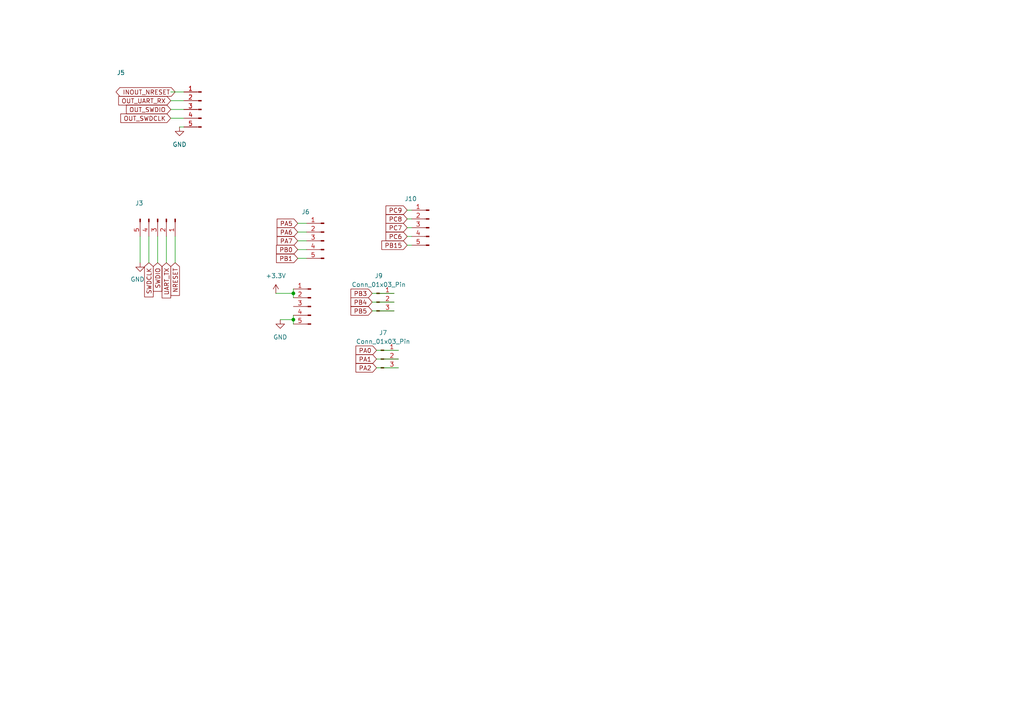
<source format=kicad_sch>
(kicad_sch (version 20231120) (generator "eeschema") (generator_version "8.0")
  (paper "A4")
  (title_block (title "Swindle CH32V303") (rev "H"))
  (lib_symbols
    (symbol "Connector:Conn_01x03_Pin" (pin_names (offset 1.016) hide)
      (property "Reference" "J" (at 0 5.08 0))
      (property "Value" "Conn_01x03_Pin" (at 0 -5.08 0))
      (symbol "Conn_01x03_Pin_1_1"
        (polyline (pts (xy 1.27 -2.54) (xy 0.8636 -2.54)) (stroke (width 0.1524)))
        (polyline (pts (xy 1.27 0) (xy 0.8636 0)) (stroke (width 0.1524)))
        (polyline (pts (xy 1.27 2.54) (xy 0.8636 2.54)) (stroke (width 0.1524)))
        (rectangle (start 0.8636 -2.413) (end 0 -2.667) (stroke (width 0.1524)) (fill (type outline)))
        (rectangle (start 0.8636 0.127) (end 0 -0.127) (stroke (width 0.1524)) (fill (type outline)))
        (rectangle (start 0.8636 2.667) (end 0 2.413) (stroke (width 0.1524)) (fill (type outline)))
        (pin passive line (at 5.08 2.54 180) (length 3.81) (name "Pin_1") (number "1"))
        (pin passive line (at 5.08 0 180) (length 3.81) (name "Pin_2") (number "2"))
        (pin passive line (at 5.08 -2.54 180) (length 3.81) (name "Pin_3") (number "3"))
      )
    )
    (symbol "Connector:Conn_01x05_Male" (pin_names (offset 1.016) hide)
      (property "Reference" "J" (at 0 7.62 0))
      (property "Value" "Conn_01x05_Male" (at 0 -7.62 0))
      (symbol "Conn_01x05_Male_1_1"
        (polyline (pts (xy 1.27 -5.08) (xy 0.8636 -5.08)) (stroke (width 0.1524)))
        (polyline (pts (xy 1.27 -2.54) (xy 0.8636 -2.54)) (stroke (width 0.1524)))
        (polyline (pts (xy 1.27 0) (xy 0.8636 0)) (stroke (width 0.1524)))
        (polyline (pts (xy 1.27 2.54) (xy 0.8636 2.54)) (stroke (width 0.1524)))
        (polyline (pts (xy 1.27 5.08) (xy 0.8636 5.08)) (stroke (width 0.1524)))
        (rectangle (start 0.8636 -4.953) (end 0 -5.207) (stroke (width 0.1524)) (fill (type outline)))
        (rectangle (start 0.8636 -2.413) (end 0 -2.667) (stroke (width 0.1524)) (fill (type outline)))
        (rectangle (start 0.8636 0.127) (end 0 -0.127) (stroke (width 0.1524)) (fill (type outline)))
        (rectangle (start 0.8636 2.667) (end 0 2.413) (stroke (width 0.1524)) (fill (type outline)))
        (rectangle (start 0.8636 5.207) (end 0 4.953) (stroke (width 0.1524)) (fill (type outline)))
        (pin passive line (at 5.08 5.08 180) (length 3.81) (name "Pin_1") (number "1"))
        (pin passive line (at 5.08 2.54 180) (length 3.81) (name "Pin_2") (number "2"))
        (pin passive line (at 5.08 0 180) (length 3.81) (name "Pin_3") (number "3"))
        (pin passive line (at 5.08 -2.54 180) (length 3.81) (name "Pin_4") (number "4"))
        (pin passive line (at 5.08 -5.08 180) (length 3.81) (name "Pin_5") (number "5"))
      )
    )
    (symbol "power:+3.3V" (power) (pin_numbers hide) (pin_names (offset 0) hide)
      (property "Value" "+3.3V" (at 0 3.556 0))
      (symbol "+3.3V_0_1"
        (polyline (pts (xy -0.762 1.27) (xy 0 2.54)))
        (polyline (pts (xy 0 0) (xy 0 2.54)))
        (polyline (pts (xy 0 2.54) (xy 0.762 1.27)))
      )
      (symbol "+3.3V_1_1"
        (pin power_in line (at 0 0 90) (length 0) (name "~") (number "1"))
      )
    )
    (symbol "power:GND" (power) (pin_names (offset 0))
      (property "Value" "GND" (at 0 -3.81 0))
      (symbol "GND_0_1"
        (polyline (pts (xy 0 0) (xy 0 -1.27) (xy 1.27 -1.27) (xy 0 -2.54) (xy -1.27 -1.27) (xy 0 -1.27)))
      )
      (symbol "GND_1_1"
        (pin power_in line (at 0 0 270) (length 0) hide (name "GND") (number "1"))
      )
    )
  )
  (junction (at 85.09 85.09))
  (junction (at 85.09 92.71))
  (wire (pts (xy 107.95 87.63) (xy 114.3 87.63)))
  (wire (pts (xy 118.11 63.5) (xy 119.38 63.5)))
  (wire (pts (xy 109.22 106.68) (xy 115.57 106.68)))
  (wire (pts (xy 52.07 36.83) (xy 53.34 36.83)))
  (wire (pts (xy 107.95 90.17) (xy 114.3 90.17)))
  (wire (pts (xy 118.11 66.04) (xy 119.38 66.04)))
  (wire (pts (xy 109.22 101.6) (xy 115.57 101.6)))
  (wire (pts (xy 107.95 85.09) (xy 114.3 85.09)))
  (wire (pts (xy 118.11 68.58) (xy 119.38 68.58)))
  (wire (pts (xy 49.53 34.29) (xy 53.34 34.29)))
  (wire (pts (xy 86.36 69.85) (xy 88.9 69.85)))
  (wire (pts (xy 86.36 64.77) (xy 88.9 64.77)))
  (wire (pts (xy 85.09 92.71) (xy 85.09 93.98)))
  (wire (pts (xy 49.53 26.67) (xy 53.34 26.67)))
  (wire (pts (xy 109.22 104.14) (xy 115.57 104.14)))
  (wire (pts (xy 48.26 68.58) (xy 48.26 76.2)))
  (wire (pts (xy 81.28 92.71) (xy 85.09 92.71)))
  (wire (pts (xy 86.36 67.31) (xy 88.9 67.31)))
  (wire (pts (xy 80.01 85.09) (xy 85.09 85.09)))
  (wire (pts (xy 43.18 68.58) (xy 43.18 76.2)))
  (wire (pts (xy 50.8 68.58) (xy 50.8 76.2)))
  (wire (pts (xy 118.11 60.96) (xy 119.38 60.96)))
  (wire (pts (xy 85.09 85.09) (xy 85.09 86.36)))
  (wire (pts (xy 45.72 68.58) (xy 45.72 76.2)))
  (wire (pts (xy 49.53 31.75) (xy 53.34 31.75)))
  (wire (pts (xy 118.11 71.12) (xy 119.38 71.12)))
  (wire (pts (xy 40.64 68.58) (xy 40.64 76.2)))
  (wire (pts (xy 49.53 29.21) (xy 53.34 29.21)))
  (wire (pts (xy 85.09 91.44) (xy 85.09 92.71)))
  (wire (pts (xy 86.36 74.93) (xy 88.9 74.93)))
  (wire (pts (xy 85.09 83.82) (xy 85.09 85.09)))
  (wire (pts (xy 86.36 72.39) (xy 88.9 72.39)))
  (global_label "OUT_SWDIO" (shape input) (at 49.53 31.75 180) (property "Intersheetrefs" "${INTERSHEET_REFS}" (effects (hide yes))))
  (global_label "PA6" (shape input) (at 86.36 67.31 180) (property "Intersheetrefs" "${INTERSHEET_REFS}" (effects (hide yes))))
  (global_label "SWDCLK" (shape input) (at 43.18 76.2 270) (property "Intersheetrefs" "${INTERSHEET_REFS}" (effects (hide yes))))
  (global_label "PA1" (shape input) (at 109.22 104.14 180) (property "Intersheetrefs" "${INTERSHEET_REFS}" (effects (hide yes))))
  (global_label "PB15" (shape input) (at 118.11 71.12 180) (property "Intersheetrefs" "${INTERSHEET_REFS}" (effects (hide yes))))
  (global_label "SWDIO" (shape input) (at 45.72 76.2 270) (property "Intersheetrefs" "${INTERSHEET_REFS}" (effects (hide yes))))
  (global_label "PB1" (shape input) (at 86.36 74.93 180) (property "Intersheetrefs" "${INTERSHEET_REFS}" (effects (hide yes))))
  (global_label "PA0" (shape input) (at 109.22 101.6 180) (property "Intersheetrefs" "${INTERSHEET_REFS}" (effects (hide yes))))
  (global_label "PC6" (shape input) (at 118.11 68.58 180) (property "Intersheetrefs" "${INTERSHEET_REFS}" (effects (hide yes))))
  (global_label "PA5" (shape input) (at 86.36 64.77 180) (property "Intersheetrefs" "${INTERSHEET_REFS}" (effects (hide yes))))
  (global_label "PB3" (shape input) (at 107.95 85.09 180) (property "Intersheetrefs" "${INTERSHEET_REFS}" (effects (hide yes))))
  (global_label "PB5" (shape input) (at 107.95 90.17 180) (property "Intersheetrefs" "${INTERSHEET_REFS}" (effects (hide yes))))
  (global_label "OUT_SWDCLK" (shape input) (at 49.53 34.29 180) (property "Intersheetrefs" "${INTERSHEET_REFS}" (effects (hide yes))))
  (global_label "PA2" (shape input) (at 109.22 106.68 180) (property "Intersheetrefs" "${INTERSHEET_REFS}" (effects (hide yes))))
  (global_label "UART_TX" (shape input) (at 48.26 76.2 270) (property "Intersheetrefs" "${INTERSHEET_REFS}" (effects (hide yes))))
  (global_label "PC9" (shape input) (at 118.11 60.96 180) (property "Intersheetrefs" "${INTERSHEET_REFS}" (effects (hide yes))))
  (global_label "PC8" (shape input) (at 118.11 63.5 180) (property "Intersheetrefs" "${INTERSHEET_REFS}" (effects (hide yes))))
  (global_label "PB0" (shape input) (at 86.36 72.39 180) (property "Intersheetrefs" "${INTERSHEET_REFS}" (effects (hide yes))))
  (global_label "PB4" (shape input) (at 107.95 87.63 180) (property "Intersheetrefs" "${INTERSHEET_REFS}" (effects (hide yes))))
  (global_label "PC7" (shape input) (at 118.11 66.04 180) (property "Intersheetrefs" "${INTERSHEET_REFS}" (effects (hide yes))))
  (global_label "OUT_UART_RX" (shape input) (at 49.53 29.21 180) (property "Intersheetrefs" "${INTERSHEET_REFS}" (effects (hide yes))))
  (global_label "PA7" (shape input) (at 86.36 69.85 180) (property "Intersheetrefs" "${INTERSHEET_REFS}" (effects (hide yes))))
  (global_label "NRESET" (shape input) (at 50.8 76.2 270) (property "Intersheetrefs" "${INTERSHEET_REFS}" (effects (hide yes))))
  (global_label "INOUT_NRESET" (shape bidirectional) (at 50.8 26.67 180) (property "Intersheetrefs" "${INTERSHEET_REFS}" (effects (hide yes))))
  (symbol (lib_id "Connector:Conn_01x05_Male") (at 90.17 88.9 0) (mirror y) (unit 1)
    (property "Reference" "J8" (effects (hide yes)))
    (property "Value" "Debug port" (effects (hide yes)))
    (property "Footprint" "Connector_PinSocket_1.27mm:PinSocket_1x05_P1.27mm_Vertical" (effects (hide yes)))
  )
  (symbol (lib_id "Connector:Conn_01x05_Male") (at 93.98 69.85 0) (mirror y) (unit 1)
    (property "Reference" "J6" (at 88.646 61.468 0))
    (property "Value" "Debug port" (effects (hide yes)))
    (property "Footprint" "Connector_PinSocket_1.27mm:PinSocket_1x05_P1.27mm_Vertical" (effects (hide yes)))
  )
  (symbol (lib_id "power:+3.3V") (at 80.01 85.09 0) (unit 1)
    (property "Reference" "#PWR036" (effects (hide yes)))
    (property "Value" "+3.3V" (at 80.01 80.01 0))
    (property "Description" "Power symbol creates a global label with name \"+3.3V\"" (effects (hide yes)))
  )
  (symbol (lib_id "Connector:Conn_01x05_Male") (at 45.72 63.5 270) (unit 1)
    (property "Reference" "J3" (at 40.386 58.928 90))
    (property "Value" "Dbg" (effects (hide yes)))
    (property "Footprint" "Connector_PinSocket_1.27mm:PinSocket_1x05_P1.27mm_Vertical" (effects (hide yes)))
  )
  (symbol (lib_id "Connector:Conn_01x03_Pin") (at 109.22 87.63 0) (unit 1)
    (property "Reference" "J9" (at 109.855 80.01 0))
    (property "Value" "Conn_01x03_Pin" (at 109.855 82.55 0))
    (property "Footprint" "Connector_PinSocket_1.27mm:PinSocket_1x03_P1.27mm_Vertical" (effects (hide yes)))
    (property "Description" "Generic connector, single row, 01x03, script generated" (effects (hide yes)))
  )
  (symbol (lib_id "Connector:Conn_01x05_Male") (at 124.46 66.04 0) (mirror y) (unit 1)
    (property "Reference" "J10" (at 119.126 57.658 0))
    (property "Value" "Debug port" (effects (hide yes)))
    (property "Footprint" "Connector_PinSocket_1.27mm:PinSocket_1x05_P1.27mm_Vertical" (effects (hide yes)))
  )
  (symbol (lib_id "Connector:Conn_01x05_Male") (at 58.42 31.75 0) (mirror y) (unit 1)
    (property "Reference" "J5" (at 35.052 21.082 0))
    (property "Value" "Debug port" (effects (hide yes)))
    (property "Footprint" "Connector_JST:JST_XH_B5B-XH-A_1x05_P2.50mm_Vertical" (effects (hide yes)))
  )
  (symbol (lib_id "Connector:Conn_01x03_Pin") (at 110.49 104.14 0) (unit 1)
    (property "Reference" "J7" (at 111.125 96.52 0))
    (property "Value" "Conn_01x03_Pin" (at 111.125 99.06 0))
    (property "Footprint" "Connector_PinSocket_1.27mm:PinSocket_1x03_P1.27mm_Vertical" (effects (hide yes)))
    (property "Description" "Generic connector, single row, 01x03, script generated" (effects (hide yes)))
  )
  (symbol (lib_id "power:GND") (at 52.07 36.83 0) (unit 1)
    (property "Reference" "#PWR020" (effects (hide yes)))
    (property "Value" "GND" (at 52.07 41.91 0))
  )
  (symbol (lib_id "power:GND") (at 81.28 92.71 0) (unit 1)
    (property "Reference" "#PWR035" (effects (hide yes)))
    (property "Value" "GND" (at 81.28 97.79 0))
  )
  (symbol (lib_id "power:GND") (at 40.64 76.2 0) (unit 1)
    (property "Reference" "#PWR012" (effects (hide yes)))
    (property "Value" "GND" (at 39.878 81.026 0))
  )
)
</source>
